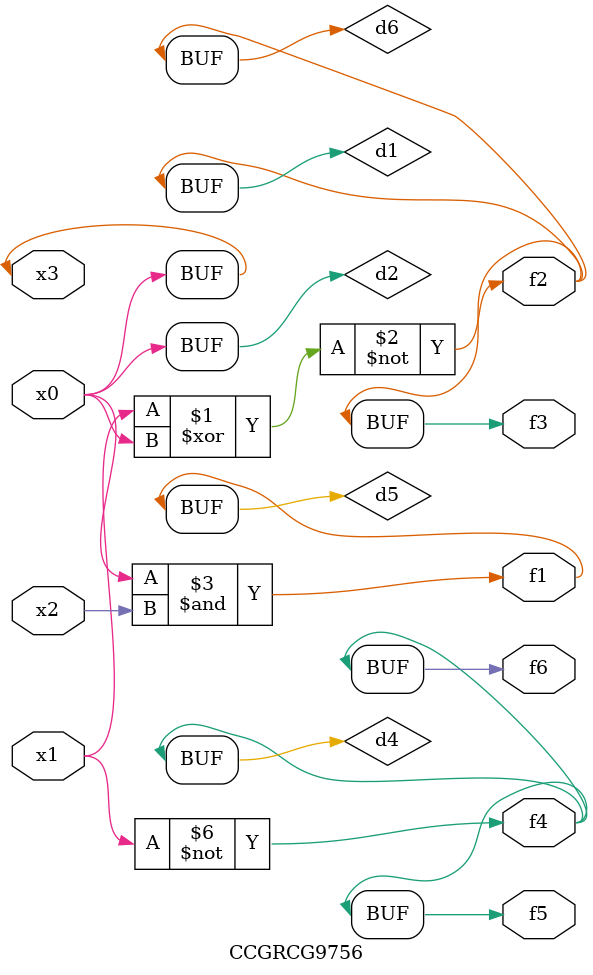
<source format=v>
module CCGRCG9756(
	input x0, x1, x2, x3,
	output f1, f2, f3, f4, f5, f6
);

	wire d1, d2, d3, d4, d5, d6;

	xnor (d1, x1, x3);
	buf (d2, x0, x3);
	nand (d3, x0, x2);
	not (d4, x1);
	nand (d5, d3);
	or (d6, d1);
	assign f1 = d5;
	assign f2 = d6;
	assign f3 = d6;
	assign f4 = d4;
	assign f5 = d4;
	assign f6 = d4;
endmodule

</source>
